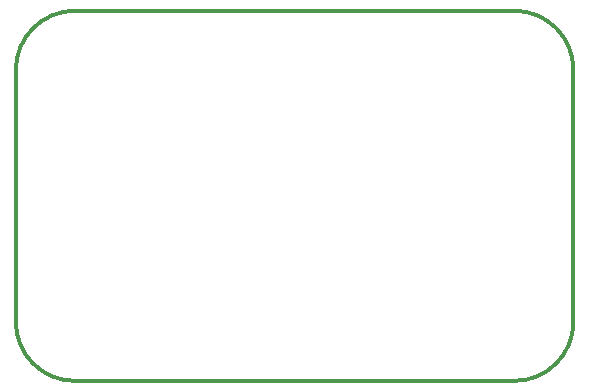
<source format=gbr>
G04 #@! TF.GenerationSoftware,KiCad,Pcbnew,(5.1.7)-1*
G04 #@! TF.CreationDate,2021-07-20T19:52:43-05:00*
G04 #@! TF.ProjectId,jfetTester,6a666574-5465-4737-9465-722e6b696361,rev?*
G04 #@! TF.SameCoordinates,Original*
G04 #@! TF.FileFunction,Profile,NP*
%FSLAX46Y46*%
G04 Gerber Fmt 4.6, Leading zero omitted, Abs format (unit mm)*
G04 Created by KiCad (PCBNEW (5.1.7)-1) date 2021-07-20 19:52:43*
%MOMM*%
%LPD*%
G01*
G04 APERTURE LIST*
G04 #@! TA.AperFunction,Profile*
%ADD10C,0.300000*%
G04 #@! TD*
G04 APERTURE END LIST*
D10*
X111967000Y-100330000D02*
X111967000Y-78994000D01*
X116967000Y-105330000D02*
X154178000Y-105330000D01*
X154178000Y-73994000D02*
X116967000Y-73994000D01*
X159178000Y-78994000D02*
X159178000Y-100330000D01*
X111967000Y-78994000D02*
G75*
G02*
X116967000Y-73994000I5000000J0D01*
G01*
X116967000Y-105330000D02*
G75*
G02*
X111967000Y-100330000I0J5000000D01*
G01*
X159178000Y-100330000D02*
G75*
G02*
X154178000Y-105330000I-5000000J0D01*
G01*
X154178000Y-73994000D02*
G75*
G02*
X159178000Y-78994000I0J-5000000D01*
G01*
M02*

</source>
